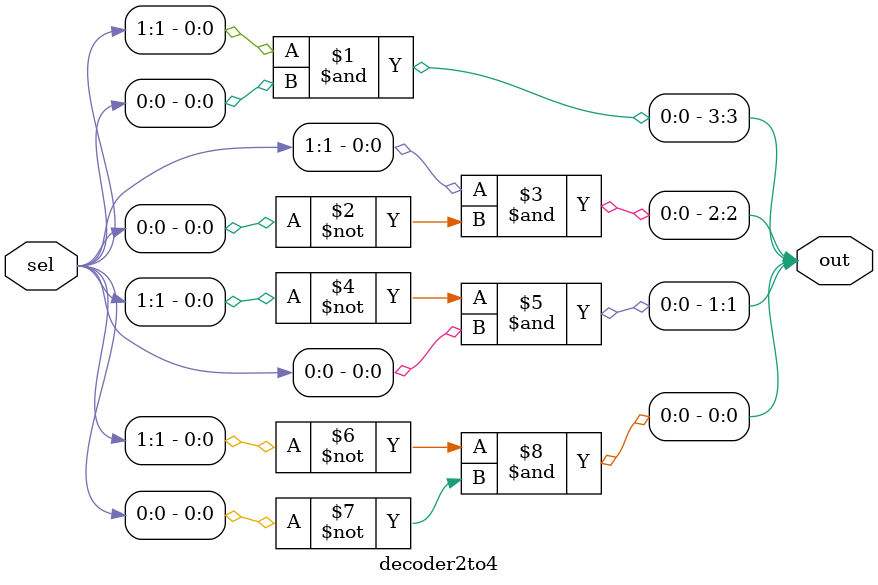
<source format=v>
module decoder2to4(output [3:0] out, input [1:0] sel);
    assign out[3]=sel[1]&sel[0];
    assign out[2]=sel[1]&~sel[0];
    assign out[1]=~sel[1]&sel[0];
    assign out[0]=~sel[1]&~sel[0];
endmodule
</source>
